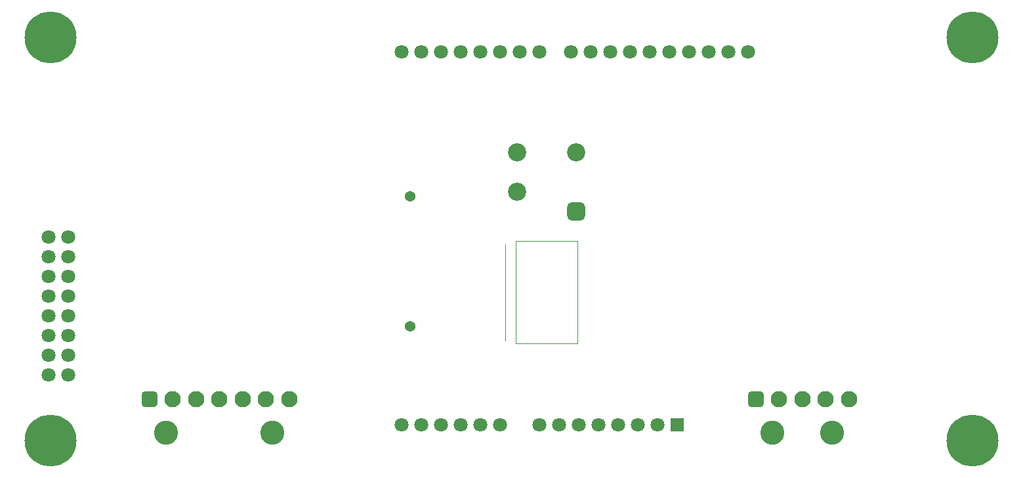
<source format=gbs>
G04*
G04 #@! TF.GenerationSoftware,Altium Limited,Altium Designer,22.8.2 (66)*
G04*
G04 Layer_Color=16711935*
%FSLAX44Y44*%
%MOMM*%
G71*
G04*
G04 #@! TF.SameCoordinates,AF58AEFE-5498-464C-92CE-300A63243590*
G04*
G04*
G04 #@! TF.FilePolarity,Negative*
G04*
G01*
G75*
%ADD17C,0.0254*%
%ADD18C,0.0500*%
%ADD58C,3.1016*%
%ADD59C,2.1016*%
G04:AMPARAMS|DCode=60|XSize=2.1016mm|YSize=2.1016mm|CornerRadius=0.5508mm|HoleSize=0mm|Usage=FLASHONLY|Rotation=180.000|XOffset=0mm|YOffset=0mm|HoleType=Round|Shape=RoundedRectangle|*
%AMROUNDEDRECTD60*
21,1,2.1016,1.0000,0,0,180.0*
21,1,1.0000,2.1016,0,0,180.0*
1,1,1.1016,-0.5000,0.5000*
1,1,1.1016,0.5000,0.5000*
1,1,1.1016,0.5000,-0.5000*
1,1,1.1016,-0.5000,-0.5000*
%
%ADD60ROUNDEDRECTD60*%
%ADD61C,1.8016*%
%ADD62R,1.8016X1.8016*%
%ADD63C,6.7016*%
%ADD64C,2.3416*%
G04:AMPARAMS|DCode=65|XSize=2.3416mm|YSize=2.3416mm|CornerRadius=0.6108mm|HoleSize=0mm|Usage=FLASHONLY|Rotation=90.000|XOffset=0mm|YOffset=0mm|HoleType=Round|Shape=RoundedRectangle|*
%AMROUNDEDRECTD65*
21,1,2.3416,1.1200,0,0,90.0*
21,1,1.1200,2.3416,0,0,90.0*
1,1,1.2216,0.5600,0.5600*
1,1,1.2216,0.5600,-0.5600*
1,1,1.2216,-0.5600,-0.5600*
1,1,1.2216,-0.5600,0.5600*
%
%ADD65ROUNDEDRECTD65*%
%ADD66C,1.3716*%
D17*
X638795Y170180D02*
Y294386D01*
D18*
X652197Y298408D02*
X732092D01*
Y166370D02*
Y298408D01*
X652197Y166370D02*
X732092D01*
X652197D02*
Y298408D01*
D58*
X201500Y51800D02*
D03*
X338500D02*
D03*
X983871Y51800D02*
D03*
X1060871D02*
D03*
D59*
X300000Y95000D02*
D03*
X270000D02*
D03*
X240000D02*
D03*
X210000D02*
D03*
X330000D02*
D03*
X360000D02*
D03*
X1082371Y95000D02*
D03*
X1052371D02*
D03*
X1022371D02*
D03*
X992371D02*
D03*
D60*
X180000Y95000D02*
D03*
X962371Y95000D02*
D03*
D61*
X683037Y61270D02*
D03*
X708437D02*
D03*
X733837D02*
D03*
X759237D02*
D03*
X784637D02*
D03*
X810037D02*
D03*
X835437D02*
D03*
X74803Y125692D02*
D03*
X49403Y278600D02*
D03*
Y253200D02*
D03*
Y227800D02*
D03*
Y202400D02*
D03*
Y177000D02*
D03*
Y151600D02*
D03*
Y126200D02*
D03*
X74803Y151600D02*
D03*
Y177000D02*
D03*
Y202400D02*
D03*
Y227800D02*
D03*
Y253200D02*
D03*
Y278600D02*
D03*
Y304000D02*
D03*
X49403D02*
D03*
X505237Y542302D02*
D03*
X606837Y61270D02*
D03*
X581437D02*
D03*
X556037D02*
D03*
X530637D02*
D03*
X505237D02*
D03*
X632237D02*
D03*
X683037Y542302D02*
D03*
X657637D02*
D03*
X632237D02*
D03*
X606837D02*
D03*
X581437D02*
D03*
X556037D02*
D03*
X530637D02*
D03*
X723321D02*
D03*
X748721D02*
D03*
X774121D02*
D03*
X799521D02*
D03*
X824921D02*
D03*
X850321D02*
D03*
X875721D02*
D03*
X901121D02*
D03*
X926521D02*
D03*
X951921D02*
D03*
D62*
X860837Y61270D02*
D03*
D63*
X51931Y41270D02*
D03*
Y561270D02*
D03*
X1241931Y41270D02*
D03*
Y561270D02*
D03*
D64*
X654050Y361950D02*
D03*
Y412750D02*
D03*
X730250D02*
D03*
D65*
Y336550D02*
D03*
D66*
X515750Y356190D02*
D03*
Y188356D02*
D03*
M02*

</source>
